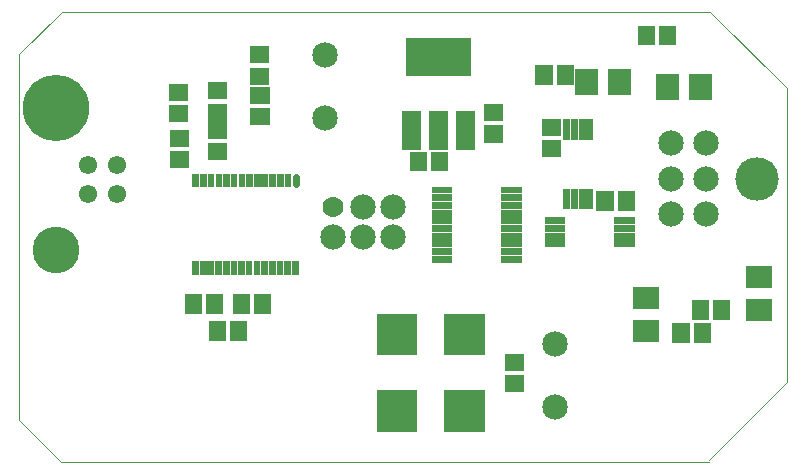
<source format=gbr>
G04 start of page 7 for group -4063 idx -4063 *
G04 Title: (unknown), componentmask *
G04 Creator: pcb 20110918 *
G04 CreationDate: Tue Mar 20 15:17:37 2012 UTC *
G04 For: mldelibero *
G04 Format: Gerber/RS-274X *
G04 PCB-Dimensions: 600000 500000 *
G04 PCB-Coordinate-Origin: lower left *
%MOIN*%
%FSLAX25Y25*%
%LNTOPMASK*%
%ADD486R,0.0220X0.0220*%
%ADD485C,0.0220*%
%ADD484R,0.0750X0.0750*%
%ADD483R,0.1280X0.1280*%
%ADD482R,0.0620X0.0620*%
%ADD481R,0.1340X0.1340*%
%ADD480R,0.0572X0.0572*%
%ADD479R,0.0230X0.0230*%
%ADD478C,0.0697*%
%ADD477C,0.1560*%
%ADD476C,0.2210*%
%ADD475C,0.0610*%
%ADD474C,0.0850*%
%ADD473C,0.1450*%
%ADD472C,0.0847*%
%ADD471C,0.0010*%
G54D471*X104900Y134000D02*X320800D01*
Y134500D02*X346800Y160500D01*
X346700Y258500D02*X321200Y284000D01*
X346700Y258500D02*Y160500D01*
X105000Y284000D02*X90900Y269900D01*
Y148000D01*
X320700Y284000D02*X105000D01*
X90900Y148000D02*X104900Y134000D01*
G54D472*X308035Y216420D03*
Y228231D03*
Y240042D03*
X319846D03*
Y228231D03*
Y216420D03*
G54D473*X336800Y228200D03*
G54D474*X269300Y152300D03*
Y173300D03*
G54D472*X215500Y208700D03*
Y218700D03*
G54D475*X123550Y223190D03*
Y232990D03*
X113750D03*
Y223190D03*
G54D476*X103050Y251790D03*
G54D477*Y204390D03*
G54D472*X205500Y208700D03*
Y218700D03*
G54D478*X195500D03*
G54D472*Y208700D03*
G54D474*X192900Y269500D03*
Y248500D03*
G54D479*X252697Y209159D02*X257303D01*
X252697Y211718D02*X257303D01*
X252697Y214276D02*X257303D01*
X252697Y216835D02*X257303D01*
X290411Y206562D02*X295017D01*
X290411Y209121D02*X295017D01*
X290411Y211679D02*X295017D01*
X290411Y214238D02*X295017D01*
X267183D02*X271789D01*
X267183Y211679D02*X271789D01*
X267183Y209121D02*X271789D01*
X267183Y206562D02*X271789D01*
X252697Y219394D02*X257303D01*
X252697Y221953D02*X257303D01*
X252697Y224512D02*X257303D01*
G54D480*X248507Y250286D02*X249293D01*
X248507Y243200D02*X249293D01*
X255607Y159914D02*X256393D01*
X255607Y167000D02*X256393D01*
G54D481*X239300Y151200D02*Y150700D01*
Y176600D02*Y176100D01*
X216800Y176600D02*Y176100D01*
Y151200D02*Y150700D01*
G54D479*X252697Y201482D02*X257303D01*
X252697Y204041D02*X257303D01*
X252697Y206600D02*X257303D01*
G54D482*X221600Y247700D02*Y241100D01*
X230600Y247700D02*Y241100D01*
G54D483*X226100Y268800D02*X235100D01*
G54D482*X239700Y247700D02*Y241100D01*
G54D484*X336900Y184500D02*X338100D01*
X336900Y195500D02*X338100D01*
X299300Y177500D02*X300500D01*
G54D480*X311457Y177293D02*Y176507D01*
X318543Y177293D02*Y176507D01*
G54D484*X299300Y188500D02*X300500D01*
G54D480*X325043Y184893D02*Y184107D01*
X317957Y184893D02*Y184107D01*
X307086Y276393D02*Y275607D01*
X300000Y276393D02*Y275607D01*
G54D484*X307000Y259600D02*Y258400D01*
X318000Y259600D02*Y258400D01*
G54D480*X272843Y263193D02*Y262407D01*
X265757Y263193D02*Y262407D01*
G54D484*X280000Y261100D02*Y259900D01*
X291000Y261100D02*Y259900D01*
G54D479*X281052Y247079D02*Y242473D01*
X278493Y247079D02*Y242473D01*
X275935Y247079D02*Y242473D01*
X273376Y247079D02*Y242473D01*
Y223851D02*Y219245D01*
X275935Y223851D02*Y219245D01*
X278493Y223851D02*Y219245D01*
X281052Y223851D02*Y219245D01*
G54D480*X293200Y221193D02*Y220407D01*
X286114Y221193D02*Y220407D01*
X267907Y245400D02*X268693D01*
X267907Y238314D02*X268693D01*
G54D479*X229469Y216835D02*X234075D01*
X229469Y214276D02*X234075D01*
X229469Y211718D02*X234075D01*
X229469Y209159D02*X234075D01*
X229469Y224512D02*X234075D01*
X229469Y221953D02*X234075D01*
X229469Y219394D02*X234075D01*
X229469Y206600D02*X234075D01*
X229469Y201482D02*X234075D01*
G54D480*X223914Y234393D02*Y233607D01*
X231000Y234393D02*Y233607D01*
X156607Y244543D02*X157393D01*
X156607Y237457D02*X157393D01*
X156607Y257586D02*X157393D01*
X156607Y250500D02*X157393D01*
X143607Y257086D02*X144393D01*
X143607Y250000D02*X144393D01*
X143907Y241700D02*X144693D01*
X143907Y234614D02*X144693D01*
X170607Y262500D02*X171393D01*
X170664Y248914D02*X171450D01*
X170664Y256000D02*X171450D01*
X170607Y269586D02*X171393D01*
G54D485*X183000Y228700D02*Y226500D01*
G54D486*X180400Y228700D02*Y226500D01*
X177900Y228700D02*Y226500D01*
X175300Y228700D02*Y226500D01*
X172700Y228700D02*Y226500D01*
X170200Y228700D02*Y226500D01*
X167600Y228700D02*Y226500D01*
X165100Y228700D02*Y226500D01*
X162500Y228700D02*Y226500D01*
X159900Y228700D02*Y226500D01*
X157400Y228700D02*Y226500D01*
X154800Y228700D02*Y226500D01*
X152300Y228700D02*Y226500D01*
X149700Y228700D02*Y226500D01*
G54D479*X229469Y204041D02*X234075D01*
G54D480*X156086Y186979D02*Y186193D01*
X149000Y186979D02*Y186193D01*
X172086Y186893D02*Y186107D01*
X165000Y186893D02*Y186107D01*
G54D486*X149600Y199600D02*Y197400D01*
X152200Y199600D02*Y197400D01*
X154700Y199600D02*Y197400D01*
X157300Y199600D02*Y197400D01*
X159900Y199600D02*Y197400D01*
X162400Y199600D02*Y197400D01*
X165000Y199600D02*Y197400D01*
G54D480*X164086Y177893D02*Y177107D01*
X157000Y177893D02*Y177107D01*
G54D486*X167500Y199600D02*Y197400D01*
X170100Y199600D02*Y197400D01*
X172700Y199600D02*Y197400D01*
X175200Y199600D02*Y197400D01*
X177800Y199600D02*Y197400D01*
X180300Y199600D02*Y197400D01*
X182900Y199600D02*Y197400D01*
M02*

</source>
